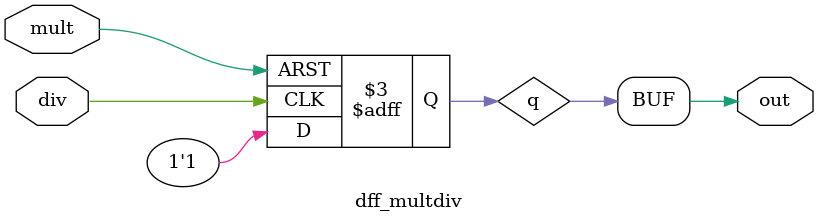
<source format=v>
module dff_multdiv(out,mult,div);
   
   //Inputs
   input mult, div;
   
   //Output
   output out;
   //tri-state buffer. two outs, one for each read port;
   assign out = q;

   //Register
   reg q;

   //Intialize q to 0
   initial
   begin
       q = 1'b0;
   end

   //Set value of q on positive edge of the clock or clear
   always @(posedge mult or posedge div) begin
       //If clear is high, set q to 0
       if (mult) begin
           q <= 1'b0;
       //If enable is high, set q to the value of d
       end else if (div) begin
           q <= 1'b1;
       end
   end
endmodule
</source>
